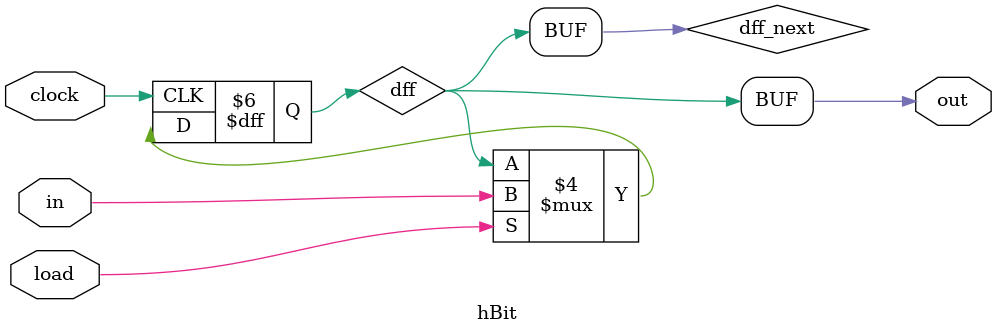
<source format=v>
`ifndef _hbit_h_
`define _hbit_h_

`timescale 1ns / 1ps
module hBit(
    input in,
    input load,
	 input clock,
    output out
    );

	reg dff;
	wire dff_next;
	
	always @(posedge clock) begin
		if (load == 1) begin
			dff <= in;
		end else begin
			dff <= dff_next;
		end
	end
	
	assign dff_next = dff;
	assign out = dff;

endmodule

`endif

</source>
